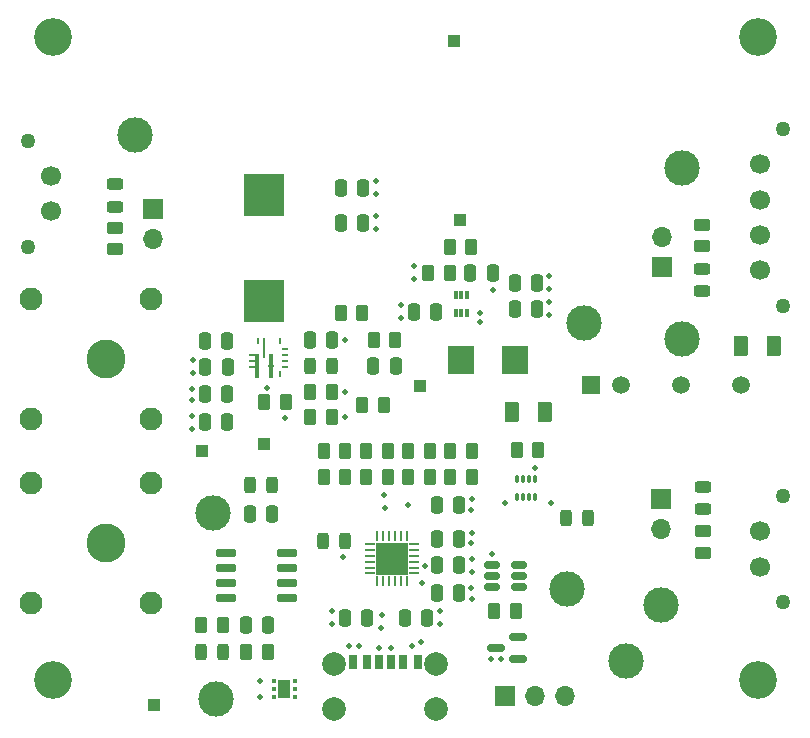
<source format=gts>
G04 #@! TF.GenerationSoftware,KiCad,Pcbnew,8.0.5*
G04 #@! TF.CreationDate,2024-10-14T19:38:48-05:00*
G04 #@! TF.ProjectId,USBCPowerPCB,55534243-506f-4776-9572-5043422e6b69,rev?*
G04 #@! TF.SameCoordinates,Original*
G04 #@! TF.FileFunction,Soldermask,Top*
G04 #@! TF.FilePolarity,Negative*
%FSLAX46Y46*%
G04 Gerber Fmt 4.6, Leading zero omitted, Abs format (unit mm)*
G04 Created by KiCad (PCBNEW 8.0.5) date 2024-10-14 19:38:48*
%MOMM*%
%LPD*%
G01*
G04 APERTURE LIST*
G04 Aperture macros list*
%AMRoundRect*
0 Rectangle with rounded corners*
0 $1 Rounding radius*
0 $2 $3 $4 $5 $6 $7 $8 $9 X,Y pos of 4 corners*
0 Add a 4 corners polygon primitive as box body*
4,1,4,$2,$3,$4,$5,$6,$7,$8,$9,$2,$3,0*
0 Add four circle primitives for the rounded corners*
1,1,$1+$1,$2,$3*
1,1,$1+$1,$4,$5*
1,1,$1+$1,$6,$7*
1,1,$1+$1,$8,$9*
0 Add four rect primitives between the rounded corners*
20,1,$1+$1,$2,$3,$4,$5,0*
20,1,$1+$1,$4,$5,$6,$7,0*
20,1,$1+$1,$6,$7,$8,$9,0*
20,1,$1+$1,$8,$9,$2,$3,0*%
G04 Aperture macros list end*
%ADD10RoundRect,0.250000X0.250000X0.475000X-0.250000X0.475000X-0.250000X-0.475000X0.250000X-0.475000X0*%
%ADD11R,0.700000X1.200000*%
%ADD12R,0.760000X1.200000*%
%ADD13R,0.800000X1.200000*%
%ADD14C,2.000000*%
%ADD15C,1.950000*%
%ADD16C,3.300000*%
%ADD17RoundRect,0.250000X0.262500X0.450000X-0.262500X0.450000X-0.262500X-0.450000X0.262500X-0.450000X0*%
%ADD18RoundRect,0.250000X0.450000X-0.262500X0.450000X0.262500X-0.450000X0.262500X-0.450000X-0.262500X0*%
%ADD19RoundRect,0.250000X-0.262500X-0.450000X0.262500X-0.450000X0.262500X0.450000X-0.262500X0.450000X0*%
%ADD20RoundRect,0.250000X-0.250000X-0.475000X0.250000X-0.475000X0.250000X0.475000X-0.250000X0.475000X0*%
%ADD21C,3.000000*%
%ADD22C,3.200000*%
%ADD23RoundRect,0.250000X-0.375000X-0.625000X0.375000X-0.625000X0.375000X0.625000X-0.375000X0.625000X0*%
%ADD24R,1.000000X1.000000*%
%ADD25RoundRect,0.085000X0.085000X-0.265000X0.085000X0.265000X-0.085000X0.265000X-0.085000X-0.265000X0*%
%ADD26RoundRect,0.243750X0.456250X-0.243750X0.456250X0.243750X-0.456250X0.243750X-0.456250X-0.243750X0*%
%ADD27C,1.270000*%
%ADD28C,1.700000*%
%ADD29R,1.700000X1.700000*%
%ADD30O,1.700000X1.700000*%
%ADD31RoundRect,0.243750X-0.243750X-0.456250X0.243750X-0.456250X0.243750X0.456250X-0.243750X0.456250X0*%
%ADD32RoundRect,0.150000X0.587500X0.150000X-0.587500X0.150000X-0.587500X-0.150000X0.587500X-0.150000X0*%
%ADD33RoundRect,0.050000X-0.100000X0.285000X-0.100000X-0.285000X0.100000X-0.285000X0.100000X0.285000X0*%
%ADD34RoundRect,0.150000X-0.512500X-0.150000X0.512500X-0.150000X0.512500X0.150000X-0.512500X0.150000X0*%
%ADD35R,3.500000X3.550000*%
%ADD36RoundRect,0.243750X-0.456250X0.243750X-0.456250X-0.243750X0.456250X-0.243750X0.456250X0.243750X0*%
%ADD37R,0.254000X0.812800*%
%ADD38R,0.812800X0.254000*%
%ADD39R,2.743200X2.743200*%
%ADD40R,2.200000X2.400000*%
%ADD41RoundRect,0.093750X-0.093750X-0.106250X0.093750X-0.106250X0.093750X0.106250X-0.093750X0.106250X0*%
%ADD42R,1.000000X1.600000*%
%ADD43RoundRect,0.243750X0.243750X0.456250X-0.243750X0.456250X-0.243750X-0.456250X0.243750X-0.456250X0*%
%ADD44R,0.600000X0.250000*%
%ADD45R,0.250000X0.600000*%
%ADD46R,0.250000X1.700000*%
%ADD47R,0.400000X2.100000*%
%ADD48R,0.560000X0.250000*%
%ADD49RoundRect,0.150000X-0.725000X-0.150000X0.725000X-0.150000X0.725000X0.150000X-0.725000X0.150000X0*%
%ADD50RoundRect,0.250000X-0.450000X0.262500X-0.450000X-0.262500X0.450000X-0.262500X0.450000X0.262500X0*%
%ADD51R,1.500000X1.500000*%
%ADD52C,1.500000*%
%ADD53C,0.500000*%
G04 APERTURE END LIST*
D10*
X128850000Y-117390000D03*
X126950000Y-117390000D03*
D11*
X141755000Y-140050000D03*
D12*
X143775000Y-140050000D03*
D13*
X145005000Y-140050000D03*
D11*
X142755000Y-140050000D03*
D12*
X140735000Y-140050000D03*
D13*
X139505000Y-140050000D03*
D14*
X137935000Y-144000000D03*
X146575000Y-144000000D03*
X146575000Y-140200000D03*
X137935000Y-140200000D03*
D15*
X122400000Y-119520000D03*
X122400000Y-109360000D03*
D16*
X118600000Y-114440000D03*
D15*
X112240000Y-119520000D03*
X112240000Y-109360000D03*
D17*
X153287500Y-135700000D03*
X151462500Y-135700000D03*
D18*
X169110000Y-130811500D03*
X169110000Y-128986500D03*
D17*
X138850000Y-122200000D03*
X137025000Y-122200000D03*
D19*
X147737500Y-124400000D03*
X149562500Y-124400000D03*
X135887500Y-117200000D03*
X137712500Y-117200000D03*
D20*
X149450000Y-107100000D03*
X151350000Y-107100000D03*
D21*
X162650000Y-140000000D03*
D17*
X147700000Y-107100000D03*
X145875000Y-107100000D03*
D22*
X114100000Y-87100000D03*
D23*
X172389783Y-113292500D03*
X175189783Y-113292500D03*
D19*
X144187500Y-124400000D03*
X146012500Y-124400000D03*
D17*
X155200000Y-122100000D03*
X153375000Y-122100000D03*
D20*
X135850000Y-112800000D03*
X137750000Y-112800000D03*
D19*
X135887500Y-119300000D03*
X137712500Y-119300000D03*
D21*
X167337500Y-112692500D03*
D17*
X149525000Y-104900000D03*
X147700000Y-104900000D03*
D24*
X126700000Y-122200000D03*
D25*
X148200000Y-110500000D03*
X148700000Y-110500000D03*
X149200000Y-110500000D03*
X149200000Y-109000000D03*
X148700000Y-109000000D03*
X148200000Y-109000000D03*
D24*
X122700000Y-143700000D03*
D10*
X148525000Y-126727630D03*
X146625000Y-126727630D03*
D26*
X169110000Y-127136500D03*
X169110000Y-125261500D03*
D22*
X173850000Y-141600000D03*
D27*
X175910000Y-94900000D03*
X175910000Y-109900000D03*
D28*
X173950000Y-97900000D03*
X173950000Y-100900000D03*
X173950000Y-103900000D03*
X173950000Y-106900000D03*
D21*
X165610000Y-135199000D03*
D10*
X132325000Y-136900000D03*
X130425000Y-136900000D03*
X148525000Y-134200000D03*
X146625000Y-134200000D03*
D29*
X165650000Y-106640000D03*
D30*
X165650000Y-104100000D03*
D31*
X126662500Y-139200000D03*
X128537500Y-139200000D03*
D17*
X140312500Y-110500000D03*
X138487500Y-110500000D03*
D20*
X138500000Y-99900000D03*
X140400000Y-99900000D03*
D32*
X153495000Y-139800000D03*
X153495000Y-137900000D03*
X151620000Y-138850000D03*
D33*
X154900000Y-124600000D03*
X154400000Y-124600000D03*
X153900000Y-124600000D03*
X153400000Y-124600000D03*
X153400000Y-126080000D03*
X153900000Y-126080000D03*
X154400000Y-126080000D03*
X154900000Y-126080000D03*
D22*
X114100000Y-141600000D03*
D21*
X159050000Y-111350000D03*
X127700000Y-127400000D03*
X167350000Y-98200000D03*
D20*
X153200000Y-108000000D03*
X155100000Y-108000000D03*
D34*
X151300000Y-131800000D03*
X151300000Y-132750000D03*
X151300000Y-133700000D03*
X153575000Y-133700000D03*
X153575000Y-132750000D03*
X153575000Y-131800000D03*
D20*
X153200000Y-110200000D03*
X155100000Y-110200000D03*
D35*
X132000000Y-109475000D03*
X132000000Y-100525000D03*
D22*
X173850000Y-87100000D03*
D20*
X138500000Y-102910000D03*
X140400000Y-102910000D03*
D17*
X142450000Y-122200000D03*
X140625000Y-122200000D03*
D36*
X169050000Y-106762500D03*
X169050000Y-108637500D03*
D24*
X148600000Y-102600000D03*
D37*
X144075000Y-129415400D03*
X143574874Y-129415400D03*
X143074748Y-129415400D03*
X142574622Y-129415400D03*
X142074496Y-129415400D03*
X141574370Y-129415400D03*
D38*
X140932385Y-130057385D03*
X140932385Y-130557511D03*
X140932385Y-131057637D03*
X140932385Y-131557763D03*
X140932385Y-132057889D03*
X140932385Y-132558015D03*
D37*
X141574370Y-133200000D03*
X142074496Y-133200000D03*
X142574622Y-133200000D03*
X143074748Y-133200000D03*
X143574874Y-133200000D03*
X144075000Y-133200000D03*
D38*
X144716985Y-132558015D03*
X144716985Y-132057889D03*
X144716985Y-131557763D03*
X144716985Y-131057637D03*
X144716985Y-130557511D03*
X144716985Y-130057385D03*
D39*
X142824685Y-131307700D03*
D29*
X165610000Y-126259000D03*
D30*
X165610000Y-128799000D03*
D19*
X131987500Y-118000000D03*
X133812500Y-118000000D03*
D27*
X175960000Y-125999000D03*
X175960000Y-134999000D03*
D28*
X174000000Y-128999000D03*
X174000000Y-131999000D03*
D31*
X135862500Y-115000000D03*
X137737500Y-115000000D03*
D23*
X152950000Y-118900000D03*
X155750000Y-118900000D03*
D10*
X140735000Y-136300000D03*
X138835000Y-136300000D03*
D40*
X148700000Y-114500000D03*
X153200000Y-114500000D03*
D41*
X132800000Y-141700000D03*
X132800000Y-142350000D03*
X132800000Y-143000000D03*
X134575000Y-143000000D03*
X134575000Y-142350000D03*
X134575000Y-141700000D03*
D42*
X133687500Y-142350000D03*
D17*
X138850000Y-124400000D03*
X137025000Y-124400000D03*
D43*
X159437497Y-127900000D03*
X157562495Y-127900000D03*
D19*
X147737500Y-122200000D03*
X149562500Y-122200000D03*
D20*
X143925000Y-136300000D03*
X145825000Y-136300000D03*
D21*
X121100000Y-95400000D03*
D10*
X128850000Y-119700000D03*
X126950000Y-119700000D03*
D24*
X145200000Y-116700000D03*
D19*
X144175000Y-122200000D03*
X146000000Y-122200000D03*
D10*
X128900000Y-115100000D03*
X127000000Y-115100000D03*
X146550000Y-110400000D03*
X144650000Y-110400000D03*
D44*
X133770000Y-115050000D03*
X133770000Y-114550000D03*
X133770000Y-114050000D03*
X133770000Y-113550000D03*
D45*
X133300000Y-112900000D03*
D46*
X132000000Y-113450000D03*
D45*
X131500000Y-112900000D03*
D47*
X131420000Y-114950000D03*
X132580000Y-114950000D03*
D45*
X133300000Y-115700000D03*
D48*
X130950000Y-114050000D03*
X130950000Y-114550000D03*
X130950000Y-115050000D03*
D20*
X130787501Y-127500000D03*
X132687499Y-127500000D03*
D29*
X152420000Y-142900000D03*
D30*
X154960000Y-142900000D03*
X157500000Y-142900000D03*
D17*
X128475000Y-136900000D03*
X126650000Y-136900000D03*
D21*
X127900000Y-143200000D03*
D10*
X128850000Y-112900000D03*
X126950000Y-112900000D03*
D17*
X142112500Y-118300000D03*
X140287500Y-118300000D03*
D24*
X148100000Y-87450000D03*
D10*
X148525000Y-131879775D03*
X146625000Y-131879775D03*
X148525000Y-129600000D03*
X146625000Y-129600000D03*
D49*
X128800000Y-130795000D03*
X128800000Y-132065000D03*
X128800000Y-133335000D03*
X128800000Y-134605000D03*
X133950000Y-134605000D03*
X133950000Y-133335000D03*
X133950000Y-132065000D03*
X133950000Y-130795000D03*
D18*
X119400000Y-105112500D03*
X119400000Y-103287500D03*
D21*
X157600000Y-133900000D03*
D29*
X122600000Y-101660000D03*
D30*
X122600000Y-104200000D03*
D17*
X143112500Y-112800000D03*
X141287500Y-112800000D03*
D15*
X122400000Y-135080000D03*
X122400000Y-124920000D03*
D16*
X118600000Y-130000000D03*
D15*
X112240000Y-135080000D03*
X112240000Y-124920000D03*
D17*
X142462500Y-124400000D03*
X140637500Y-124400000D03*
D50*
X169050000Y-103012500D03*
X169050000Y-104837500D03*
D17*
X132287500Y-139200000D03*
X130462500Y-139200000D03*
D27*
X111990000Y-104900000D03*
X111990000Y-95900000D03*
D28*
X113950000Y-101900000D03*
X113950000Y-98900000D03*
D24*
X132000000Y-121600000D03*
D51*
X159700000Y-116600000D03*
D52*
X162240000Y-116600000D03*
X167320000Y-116600000D03*
X172400000Y-116600000D03*
D31*
X136982500Y-129800000D03*
X138857500Y-129800000D03*
D10*
X143150000Y-115001000D03*
X141250000Y-115001000D03*
D26*
X119400000Y-101500000D03*
X119400000Y-99625000D03*
D43*
X132637500Y-125100000D03*
X130762500Y-125100000D03*
D53*
X156100000Y-109600000D03*
X149550000Y-127150000D03*
X145400000Y-133400000D03*
X132580000Y-115000000D03*
X141500000Y-99310000D03*
X125900000Y-116900000D03*
X137025000Y-124400000D03*
X143600000Y-110900000D03*
X149550000Y-133800000D03*
X140000000Y-138700000D03*
X156100000Y-110700000D03*
X141500000Y-103410000D03*
X149550000Y-129950000D03*
X125900000Y-119200000D03*
X149575000Y-132400000D03*
X154900000Y-123600000D03*
X137775000Y-135750000D03*
X137775000Y-136850000D03*
X143600000Y-109800000D03*
X156100000Y-108500000D03*
X125900000Y-120300000D03*
X151220000Y-139800000D03*
X125900000Y-117900000D03*
X125950000Y-114490000D03*
X144700000Y-106500000D03*
X146875000Y-135750000D03*
X139200000Y-138700000D03*
X144700000Y-107600000D03*
X149575000Y-126227630D03*
X145600000Y-131900000D03*
X131675000Y-143000000D03*
X144500000Y-138700000D03*
X156100000Y-107400000D03*
X145300000Y-138400000D03*
X150300000Y-110500000D03*
X135856250Y-114993750D03*
X128475000Y-136900000D03*
X146875000Y-136850000D03*
X132200000Y-116850000D03*
X142824685Y-131307700D03*
X125950000Y-115590000D03*
X152020000Y-139800000D03*
X149575000Y-129100000D03*
X141500000Y-102310000D03*
X131675000Y-141700000D03*
X141500000Y-100410000D03*
X149575000Y-134700000D03*
X149575000Y-131300000D03*
X146625000Y-134200000D03*
X146625000Y-129600000D03*
X144200000Y-126775000D03*
X132687499Y-127500000D03*
X137712500Y-119300000D03*
X138800000Y-112800000D03*
X137712500Y-117200000D03*
X138800000Y-119300000D03*
X133800000Y-118012500D03*
X137750000Y-112800000D03*
X133800000Y-119400000D03*
X138800000Y-117200000D03*
X152400000Y-126600000D03*
X141755000Y-138900000D03*
X141900000Y-137200000D03*
X142755000Y-138900000D03*
X141999622Y-136100000D03*
X132612500Y-125100000D03*
X159412496Y-127900000D03*
X136982500Y-129800000D03*
X151300000Y-130900000D03*
X138700000Y-131150000D03*
X142262500Y-127037500D03*
X142125000Y-125900000D03*
X153375000Y-122100000D03*
X156250000Y-126550000D03*
X151350000Y-108550000D03*
X150300000Y-111300000D03*
M02*

</source>
